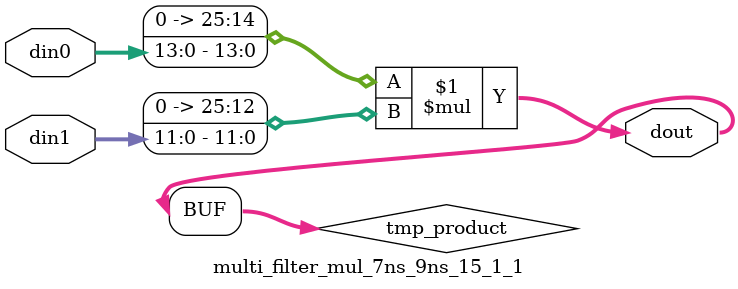
<source format=v>

`timescale 1 ns / 1 ps

 module multi_filter_mul_7ns_9ns_15_1_1(din0, din1, dout);
parameter ID = 1;
parameter NUM_STAGE = 0;
parameter din0_WIDTH = 14;
parameter din1_WIDTH = 12;
parameter dout_WIDTH = 26;

input [din0_WIDTH - 1 : 0] din0; 
input [din1_WIDTH - 1 : 0] din1; 
output [dout_WIDTH - 1 : 0] dout;

wire signed [dout_WIDTH - 1 : 0] tmp_product;
























assign tmp_product = $signed({1'b0, din0}) * $signed({1'b0, din1});











assign dout = tmp_product;





















endmodule

</source>
